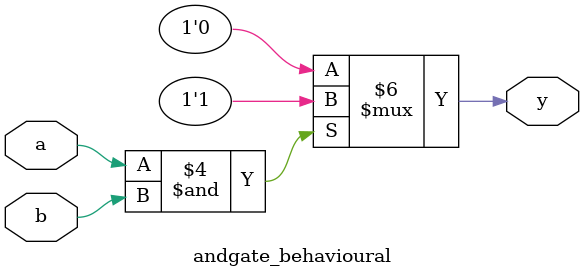
<source format=v>
module andgate_behavioural(a, b, y);

input a, b;
output reg y;

always@(*)
begin
    if (a == 1 & b == 1)
        y = 1'b1;
    else
        y = 1'b0;
end
endmodule
</source>
